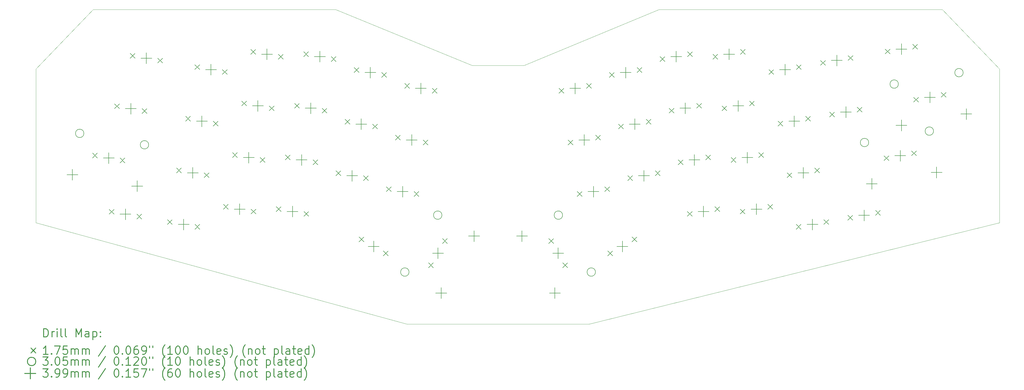
<source format=gbr>
%FSLAX45Y45*%
G04 Gerber Fmt 4.5, Leading zero omitted, Abs format (unit mm)*
G04 Created by KiCad (PCBNEW (5.1.4-0-10_14)) date 2022-04-12 16:32:40*
%MOMM*%
%LPD*%
G04 APERTURE LIST*
%ADD10C,0.100000*%
%ADD11C,0.200000*%
%ADD12C,0.300000*%
G04 APERTURE END LIST*
D10*
X17780000Y-15240000D02*
X21082000Y-15240000D01*
X24389680Y-15240000D02*
X39289000Y-11557000D01*
X39289000Y-9779000D02*
X39289000Y-11557000D01*
X4318000Y-11557000D02*
X4318000Y-9779000D01*
X17780000Y-15240000D02*
X4318000Y-11557000D01*
X24389680Y-15240000D02*
X21082000Y-15240000D01*
X6396000Y-3810000D02*
X7747000Y-3810000D01*
X4318000Y-5969000D02*
X6396000Y-3810000D01*
X37211000Y-3810000D02*
X26924000Y-3810000D01*
X39289000Y-5969000D02*
X37211000Y-3810000D01*
X15199890Y-3810000D02*
X7747000Y-3810000D01*
X39289000Y-9779000D02*
X39289000Y-5969000D01*
X4318000Y-9779000D02*
X4318000Y-5969000D01*
X20147680Y-5842000D02*
X15199890Y-3810000D01*
X22027680Y-5842000D02*
X26924000Y-3810000D01*
X20147680Y-5842000D02*
X22027680Y-5842000D01*
D11*
X31247804Y-7869338D02*
X31422804Y-8044338D01*
X31422804Y-7869338D02*
X31247804Y-8044338D01*
X11784334Y-7137384D02*
X11959334Y-7312384D01*
X11959334Y-7137384D02*
X11784334Y-7312384D01*
X12784898Y-7313811D02*
X12959898Y-7488811D01*
X12959898Y-7313811D02*
X12784898Y-7488811D01*
X36138701Y-5072553D02*
X36313701Y-5247553D01*
X36313701Y-5072553D02*
X36138701Y-5247553D01*
X35138137Y-5248980D02*
X35313137Y-5423980D01*
X35313137Y-5248980D02*
X35138137Y-5423980D01*
X10421756Y-9745397D02*
X10596756Y-9920397D01*
X10596756Y-9745397D02*
X10421756Y-9920397D01*
X9421192Y-9568970D02*
X9596192Y-9743970D01*
X9596192Y-9568970D02*
X9421192Y-9743970D01*
X24300462Y-6499927D02*
X24475462Y-6674927D01*
X24475462Y-6499927D02*
X24300462Y-6674927D01*
X23299898Y-6676353D02*
X23474898Y-6851353D01*
X23474898Y-6676353D02*
X23299898Y-6851353D01*
X12454098Y-9189870D02*
X12629098Y-9364870D01*
X12629098Y-9189870D02*
X12454098Y-9364870D01*
X15205651Y-9675043D02*
X15380651Y-9850043D01*
X15380651Y-9675043D02*
X15205651Y-9850043D01*
X16206216Y-9851469D02*
X16381216Y-10026469D01*
X16381216Y-9851469D02*
X16206216Y-10026469D01*
X12115133Y-5261325D02*
X12290133Y-5436325D01*
X12290133Y-5261325D02*
X12115133Y-5436325D01*
X13115698Y-5437752D02*
X13290698Y-5612752D01*
X13290698Y-5437752D02*
X13115698Y-5612752D01*
X11453534Y-9013443D02*
X11628534Y-9188443D01*
X11628534Y-9013443D02*
X11453534Y-9188443D01*
X10752556Y-7869338D02*
X10927556Y-8044338D01*
X10927556Y-7869338D02*
X10752556Y-8044338D01*
X9751991Y-7692911D02*
X9926991Y-7867911D01*
X9926991Y-7692911D02*
X9751991Y-7867911D01*
X32248369Y-7692911D02*
X32423369Y-7867911D01*
X32423369Y-7692911D02*
X32248369Y-7867911D01*
X13373004Y-9098041D02*
X13548004Y-9273041D01*
X13548004Y-9098041D02*
X13373004Y-9273041D01*
X31909403Y-11621455D02*
X32084403Y-11796455D01*
X32084403Y-11621455D02*
X31909403Y-11796455D01*
X32909968Y-11445029D02*
X33084968Y-11620029D01*
X33084968Y-11445029D02*
X32909968Y-11620029D01*
X7737718Y-5403353D02*
X7912718Y-5578353D01*
X7912718Y-5403353D02*
X7737718Y-5578353D01*
X8738282Y-5579780D02*
X8913282Y-5754779D01*
X8913282Y-5579780D02*
X8738282Y-5754779D01*
X36096779Y-8948721D02*
X36271779Y-9123721D01*
X36271779Y-8948721D02*
X36096779Y-9123721D01*
X18700462Y-6676353D02*
X18875462Y-6851353D01*
X18875462Y-6676353D02*
X18700462Y-6851353D01*
X35096214Y-9125147D02*
X35271214Y-9300147D01*
X35271214Y-9125147D02*
X35096214Y-9300147D01*
X33123863Y-7538538D02*
X33298863Y-7713538D01*
X33298863Y-7538538D02*
X33123863Y-7713538D01*
X34124427Y-7362112D02*
X34299427Y-7537112D01*
X34299427Y-7362112D02*
X34124427Y-7537112D01*
X28884662Y-5437752D02*
X29059662Y-5612752D01*
X29059662Y-5437752D02*
X28884662Y-5612752D01*
X29885227Y-5261325D02*
X30060227Y-5436325D01*
X30060227Y-5261325D02*
X29885227Y-5436325D01*
X17699898Y-6499927D02*
X17874898Y-6674927D01*
X17874898Y-6499927D02*
X17699898Y-6674927D01*
X15867251Y-5922925D02*
X16042251Y-6097925D01*
X16042251Y-5922925D02*
X15867251Y-6097925D01*
X16867816Y-6099352D02*
X17042816Y-6274352D01*
X17042816Y-6099352D02*
X16867816Y-6274352D01*
X31917569Y-5816853D02*
X32092569Y-5991853D01*
X32092569Y-5816853D02*
X31917569Y-5991853D01*
X30917004Y-5993279D02*
X31092004Y-6168279D01*
X31092004Y-5993279D02*
X30917004Y-6168279D01*
X16047239Y-12078240D02*
X16222239Y-12253240D01*
X16222239Y-12078240D02*
X16047239Y-12253240D01*
X16927121Y-12586240D02*
X17102121Y-12761240D01*
X17102121Y-12586240D02*
X16927121Y-12761240D01*
X25132544Y-6099352D02*
X25307544Y-6274352D01*
X25307544Y-6099352D02*
X25132544Y-6274352D01*
X26133109Y-5922925D02*
X26308109Y-6097925D01*
X26308109Y-5922925D02*
X26133109Y-6097925D01*
X11122734Y-10889502D02*
X11297734Y-11064502D01*
X11297734Y-10889502D02*
X11122734Y-11064502D01*
X12123299Y-11065928D02*
X12298299Y-11240928D01*
X12298299Y-11065928D02*
X12123299Y-11240928D01*
X23961497Y-10428471D02*
X24136497Y-10603471D01*
X24136497Y-10428471D02*
X23961497Y-10603471D01*
X24962062Y-10252044D02*
X25137062Y-10427044D01*
X25137062Y-10252044D02*
X24962062Y-10427044D01*
X25073239Y-12586240D02*
X25248239Y-12761240D01*
X25248239Y-12586240D02*
X25073239Y-12761240D01*
X25953121Y-12078240D02*
X26128121Y-12253240D01*
X26128121Y-12078240D02*
X25953121Y-12253240D01*
X31578604Y-9745397D02*
X31753604Y-9920397D01*
X31753604Y-9745397D02*
X31578604Y-9920397D01*
X32579168Y-9568970D02*
X32754168Y-9743970D01*
X32754168Y-9568970D02*
X32579168Y-9743970D01*
X6372596Y-9031421D02*
X6547596Y-9206421D01*
X6547596Y-9031421D02*
X6372596Y-9206421D01*
X27957591Y-11150526D02*
X28132591Y-11325526D01*
X28132591Y-11150526D02*
X27957591Y-11325526D01*
X28958155Y-10974100D02*
X29133155Y-11149100D01*
X29133155Y-10974100D02*
X28958155Y-11149100D01*
X30216026Y-7137384D02*
X30391026Y-7312384D01*
X30391026Y-7137384D02*
X30216026Y-7312384D01*
X7373161Y-9207847D02*
X7548161Y-9382847D01*
X7548161Y-9207847D02*
X7373161Y-9382847D01*
X25794144Y-9851469D02*
X25969144Y-10026469D01*
X25969144Y-9851469D02*
X25794144Y-10026469D01*
X26794709Y-9675043D02*
X26969709Y-9850043D01*
X26969709Y-9675043D02*
X26794709Y-9850043D01*
X29215462Y-7313811D02*
X29390462Y-7488811D01*
X29390462Y-7313811D02*
X29215462Y-7488811D01*
X13042205Y-10974100D02*
X13217205Y-11149100D01*
X13217205Y-10974100D02*
X13042205Y-11149100D01*
X14042769Y-11150526D02*
X14217769Y-11325526D01*
X14217769Y-11150526D02*
X14042769Y-11325526D01*
X27295991Y-7398409D02*
X27470991Y-7573409D01*
X27470991Y-7398409D02*
X27295991Y-7573409D01*
X28296556Y-7221982D02*
X28471556Y-7396982D01*
X28471556Y-7221982D02*
X28296556Y-7396982D01*
X32793063Y-5662479D02*
X32968063Y-5837479D01*
X32968063Y-5662479D02*
X32793063Y-5837479D01*
X33793628Y-5486053D02*
X33968628Y-5661053D01*
X33968628Y-5486053D02*
X33793628Y-5661053D01*
X24631262Y-8375985D02*
X24806262Y-8550986D01*
X24806262Y-8375985D02*
X24631262Y-8550986D01*
X14034604Y-5345923D02*
X14209604Y-5520923D01*
X14209604Y-5345923D02*
X14034604Y-5520923D01*
X23630697Y-8552412D02*
X23805697Y-8727412D01*
X23805697Y-8552412D02*
X23630697Y-8727412D01*
X15035169Y-5522350D02*
X15210169Y-5697350D01*
X15210169Y-5522350D02*
X15035169Y-5697350D01*
X18369663Y-8552412D02*
X18544663Y-8727412D01*
X18544663Y-8552412D02*
X18369663Y-8727412D01*
X26463909Y-7798984D02*
X26638909Y-7973984D01*
X26638909Y-7798984D02*
X26463909Y-7973984D01*
X17369098Y-8375985D02*
X17544098Y-8550986D01*
X17544098Y-8375985D02*
X17369098Y-8550986D01*
X25463344Y-7975410D02*
X25638344Y-8150410D01*
X25638344Y-7975410D02*
X25463344Y-8150410D01*
X6979826Y-11072879D02*
X7154826Y-11247879D01*
X7154826Y-11072879D02*
X6979826Y-11247879D01*
X14704369Y-7398409D02*
X14879369Y-7573409D01*
X14879369Y-7398409D02*
X14704369Y-7573409D01*
X10082791Y-5816853D02*
X10257791Y-5991853D01*
X10257791Y-5816853D02*
X10082791Y-5991853D01*
X11083356Y-5993279D02*
X11258356Y-6168279D01*
X11258356Y-5993279D02*
X11083356Y-6168279D01*
X14373569Y-9274467D02*
X14548569Y-9449467D01*
X14548569Y-9274467D02*
X14373569Y-9449467D01*
X26965191Y-5522350D02*
X27140191Y-5697350D01*
X27140191Y-5522350D02*
X26965191Y-5697350D01*
X27965756Y-5345923D02*
X28140756Y-5520923D01*
X28140756Y-5345923D02*
X27965756Y-5520923D01*
X15536451Y-7798984D02*
X15711451Y-7973984D01*
X15711451Y-7798984D02*
X15536451Y-7973984D01*
X16537016Y-7975410D02*
X16712016Y-8150410D01*
X16712016Y-7975410D02*
X16537016Y-8150410D01*
X30877626Y-10889502D02*
X31052626Y-11064502D01*
X31052626Y-10889502D02*
X30877626Y-11064502D01*
X7980390Y-11249306D02*
X8155390Y-11424306D01*
X8155390Y-11249306D02*
X7980390Y-11424306D01*
X29546262Y-9189870D02*
X29721262Y-9364870D01*
X29721262Y-9189870D02*
X29546262Y-9364870D01*
X28627355Y-9098041D02*
X28802355Y-9273041D01*
X28802355Y-9098041D02*
X28627355Y-9273041D01*
X7172411Y-7238062D02*
X7347411Y-7413062D01*
X7347411Y-7238062D02*
X7172411Y-7413062D01*
X8172975Y-7414488D02*
X8347975Y-7589488D01*
X8347975Y-7414488D02*
X8172975Y-7589488D01*
X36172458Y-7000989D02*
X36347458Y-7175989D01*
X36347458Y-7000989D02*
X36172458Y-7175989D01*
X27626791Y-9274467D02*
X27801791Y-9449467D01*
X27801791Y-9274467D02*
X27626791Y-9449467D01*
X37173023Y-6824562D02*
X37348023Y-6999562D01*
X37348023Y-6824562D02*
X37173023Y-6999562D01*
X33785462Y-11290656D02*
X33960462Y-11465656D01*
X33960462Y-11290656D02*
X33785462Y-11465656D01*
X34786027Y-11114229D02*
X34961027Y-11289229D01*
X34961027Y-11114229D02*
X34786027Y-11289229D01*
X13703804Y-7221982D02*
X13878804Y-7396982D01*
X13878804Y-7221982D02*
X13703804Y-7396982D01*
X29877061Y-11065928D02*
X30052061Y-11240928D01*
X30052061Y-11065928D02*
X29877061Y-11240928D01*
X30546826Y-9013443D02*
X30721826Y-9188443D01*
X30721826Y-9013443D02*
X30546826Y-9188443D01*
X17038298Y-10252044D02*
X17213298Y-10427044D01*
X17213298Y-10252044D02*
X17038298Y-10427044D01*
X18038863Y-10428471D02*
X18213863Y-10603471D01*
X18213863Y-10428471D02*
X18038863Y-10603471D01*
X9090392Y-11445029D02*
X9265392Y-11620029D01*
X9265392Y-11445029D02*
X9090392Y-11620029D01*
X10090957Y-11621455D02*
X10265957Y-11796455D01*
X10265957Y-11621455D02*
X10090957Y-11796455D01*
X22926929Y-12138972D02*
X23101929Y-12313972D01*
X23101929Y-12138972D02*
X22926929Y-12313972D01*
X23434929Y-13018854D02*
X23609929Y-13193854D01*
X23609929Y-13018854D02*
X23434929Y-13193854D01*
X18565431Y-13018854D02*
X18740431Y-13193854D01*
X18740431Y-13018854D02*
X18565431Y-13193854D01*
X19073431Y-12138972D02*
X19248431Y-12313972D01*
X19248431Y-12138972D02*
X19073431Y-12313972D01*
X6058408Y-8311944D02*
G75*
G03X6058408Y-8311944I-152400J0D01*
G01*
X24622648Y-13351024D02*
G75*
G03X24622648Y-13351024I-152400J0D01*
G01*
X19051312Y-11283302D02*
G75*
G03X19051312Y-11283302I-152400J0D01*
G01*
X23428848Y-11283302D02*
G75*
G03X23428848Y-11283302I-152400J0D01*
G01*
X17857512Y-13351024D02*
G75*
G03X17857512Y-13351024I-152400J0D01*
G01*
X8409735Y-8726547D02*
G75*
G03X8409735Y-8726547I-152400J0D01*
G01*
X34539440Y-8643847D02*
G75*
G03X34539440Y-8643847I-152400J0D01*
G01*
X36890767Y-8229244D02*
G75*
G03X36890767Y-8229244I-152400J0D01*
G01*
X35615684Y-6519688D02*
G75*
G03X35615684Y-6519688I-152400J0D01*
G01*
X37967011Y-6105086D02*
G75*
G03X37967011Y-6105086I-152400J0D01*
G01*
X21956625Y-11845912D02*
X21956625Y-12244692D01*
X21757235Y-12045302D02*
X22156015Y-12045302D01*
X23150425Y-13913634D02*
X23150425Y-14312414D01*
X22951035Y-14113024D02*
X23349815Y-14113024D01*
X19024935Y-13913634D02*
X19024935Y-14312414D01*
X18825545Y-14113024D02*
X19224325Y-14113024D01*
X20218735Y-11845912D02*
X20218735Y-12244692D01*
X20019345Y-12045302D02*
X20418125Y-12045302D01*
X17626080Y-10228368D02*
X17626080Y-10627148D01*
X17426690Y-10427758D02*
X17825470Y-10427758D01*
X10670574Y-5793176D02*
X10670574Y-6191956D01*
X10471184Y-5992566D02*
X10869964Y-5992566D01*
X9678174Y-11421352D02*
X9678174Y-11820132D01*
X9478784Y-11620742D02*
X9877564Y-11620742D01*
X23268429Y-12467023D02*
X23268429Y-12865803D01*
X23069039Y-12666413D02*
X23467819Y-12666413D01*
X18906931Y-12467023D02*
X18906931Y-12865803D01*
X18707541Y-12666413D02*
X19106321Y-12666413D01*
X16455033Y-5899248D02*
X16455033Y-6298028D01*
X16255643Y-6098638D02*
X16654423Y-6098638D01*
X10339774Y-7669235D02*
X10339774Y-8068015D01*
X10140384Y-7868625D02*
X10539164Y-7868625D01*
X31835586Y-7669235D02*
X31835586Y-8068015D01*
X31636196Y-7868625D02*
X32034976Y-7868625D01*
X32497186Y-11421352D02*
X32497186Y-11820132D01*
X32297796Y-11620742D02*
X32696576Y-11620742D01*
X10008974Y-9545293D02*
X10008974Y-9944073D01*
X9809584Y-9744683D02*
X10208364Y-9744683D01*
X23887680Y-6476250D02*
X23887680Y-6875030D01*
X23688290Y-6675640D02*
X24087070Y-6675640D01*
X12041316Y-8989766D02*
X12041316Y-9388546D01*
X11841926Y-9189156D02*
X12240706Y-9189156D01*
X15793434Y-9651366D02*
X15793434Y-10050146D01*
X15594044Y-9850756D02*
X15992824Y-9850756D01*
X13960787Y-9074364D02*
X13960787Y-9473144D01*
X13761397Y-9273754D02*
X14160177Y-9273754D01*
X8325500Y-5379676D02*
X8325500Y-5778456D01*
X8126110Y-5579066D02*
X8524890Y-5579066D01*
X34651679Y-9945304D02*
X34651679Y-10344084D01*
X34452289Y-10144694D02*
X34851069Y-10144694D01*
X35725919Y-5048876D02*
X35725919Y-5447656D01*
X35526529Y-5248266D02*
X35925309Y-5248266D01*
X12702916Y-5237649D02*
X12702916Y-5636429D01*
X12503526Y-5437039D02*
X12902306Y-5437039D01*
X16574680Y-12220350D02*
X16574680Y-12619130D01*
X16375290Y-12419740D02*
X16774070Y-12419740D01*
X25720327Y-5899248D02*
X25720327Y-6298028D01*
X25520937Y-6098638D02*
X25919717Y-6098638D01*
X12372116Y-7113707D02*
X12372116Y-7512487D01*
X12172726Y-7313097D02*
X12571506Y-7313097D01*
X6960378Y-9007744D02*
X6960378Y-9406524D01*
X6760988Y-9207134D02*
X7159768Y-9207134D01*
X26381926Y-9651366D02*
X26381926Y-10050146D01*
X26182536Y-9850756D02*
X26581316Y-9850756D01*
X28545373Y-10950423D02*
X28545373Y-11349203D01*
X28345983Y-11149813D02*
X28744763Y-11149813D01*
X13629987Y-10950423D02*
X13629987Y-11349203D01*
X13430597Y-11149813D02*
X13829377Y-11149813D01*
X24549280Y-10228368D02*
X24549280Y-10627148D01*
X24349890Y-10427758D02*
X24748670Y-10427758D01*
X29472444Y-5237649D02*
X29472444Y-5636429D01*
X29273054Y-5437039D02*
X29671834Y-5437039D01*
X31504786Y-5793176D02*
X31504786Y-6191956D01*
X31305396Y-5992566D02*
X31704176Y-5992566D01*
X18287680Y-6476250D02*
X18287680Y-6875030D01*
X18088290Y-6675640D02*
X18487070Y-6675640D01*
X11710516Y-10865825D02*
X11710516Y-11264605D01*
X11511126Y-11065215D02*
X11909906Y-11065215D01*
X25600680Y-12220350D02*
X25600680Y-12619130D01*
X25401290Y-12419740D02*
X25800070Y-12419740D01*
X33711645Y-7338435D02*
X33711645Y-7737215D01*
X33512255Y-7537825D02*
X33911035Y-7537825D01*
X35683996Y-8925044D02*
X35683996Y-9323824D01*
X35484606Y-9124434D02*
X35883386Y-9124434D01*
X32166386Y-9545293D02*
X32166386Y-9944073D01*
X31966996Y-9744683D02*
X32365776Y-9744683D01*
X7992695Y-10028004D02*
X7992695Y-10426784D01*
X7793305Y-10227394D02*
X8192085Y-10227394D01*
X37003006Y-9530701D02*
X37003006Y-9929481D01*
X36803616Y-9730091D02*
X37202396Y-9730091D01*
X5641368Y-9613401D02*
X5641368Y-10012181D01*
X5441978Y-9812791D02*
X5840758Y-9812791D01*
X27883773Y-7198305D02*
X27883773Y-7597085D01*
X27684383Y-7397695D02*
X28083163Y-7397695D01*
X33380845Y-5462376D02*
X33380845Y-5861156D01*
X33181455Y-5661766D02*
X33580235Y-5661766D01*
X26051127Y-7775307D02*
X26051127Y-8174087D01*
X25851737Y-7974697D02*
X26250517Y-7974697D01*
X14622386Y-5322247D02*
X14622386Y-5721027D01*
X14422996Y-5521637D02*
X14821776Y-5521637D01*
X29803244Y-7113707D02*
X29803244Y-7512487D01*
X29603854Y-7313097D02*
X30002634Y-7313097D01*
X30464844Y-10865825D02*
X30464844Y-11264605D01*
X30265454Y-11065215D02*
X30664234Y-11065215D01*
X30134044Y-8989766D02*
X30134044Y-9388546D01*
X29934654Y-9189156D02*
X30333434Y-9189156D01*
X24218480Y-8352309D02*
X24218480Y-8751089D01*
X24019090Y-8551699D02*
X24417870Y-8551699D01*
X17956880Y-8352309D02*
X17956880Y-8751089D01*
X17757490Y-8551699D02*
X18156270Y-8551699D01*
X16124233Y-7775307D02*
X16124233Y-8174087D01*
X15924843Y-7974697D02*
X16323623Y-7974697D01*
X35727924Y-7821145D02*
X35727924Y-8219925D01*
X35528534Y-8020535D02*
X35927314Y-8020535D01*
X36760241Y-6800885D02*
X36760241Y-7199665D01*
X36560851Y-7000275D02*
X36959631Y-7000275D01*
X38079251Y-7406543D02*
X38079251Y-7805323D01*
X37879861Y-7605933D02*
X38278641Y-7605933D01*
X14291587Y-7198305D02*
X14291587Y-7597085D01*
X14092197Y-7397695D02*
X14490977Y-7397695D01*
X7567608Y-11049203D02*
X7567608Y-11447982D01*
X7368218Y-11248592D02*
X7766998Y-11248592D01*
X27552974Y-5322247D02*
X27552974Y-5721027D01*
X27353584Y-5521637D02*
X27752364Y-5521637D01*
X28214573Y-9074364D02*
X28214573Y-9473144D01*
X28015183Y-9273754D02*
X28413963Y-9273754D01*
X7760193Y-7214385D02*
X7760193Y-7613165D01*
X7560803Y-7413775D02*
X7959583Y-7413775D01*
X34373245Y-11090552D02*
X34373245Y-11489332D01*
X34173855Y-11289942D02*
X34572635Y-11289942D01*
D12*
X4599428Y-15710714D02*
X4599428Y-15410714D01*
X4670857Y-15410714D01*
X4713714Y-15425000D01*
X4742286Y-15453571D01*
X4756571Y-15482143D01*
X4770857Y-15539286D01*
X4770857Y-15582143D01*
X4756571Y-15639286D01*
X4742286Y-15667857D01*
X4713714Y-15696429D01*
X4670857Y-15710714D01*
X4599428Y-15710714D01*
X4899428Y-15710714D02*
X4899428Y-15510714D01*
X4899428Y-15567857D02*
X4913714Y-15539286D01*
X4928000Y-15525000D01*
X4956571Y-15510714D01*
X4985143Y-15510714D01*
X5085143Y-15710714D02*
X5085143Y-15510714D01*
X5085143Y-15410714D02*
X5070857Y-15425000D01*
X5085143Y-15439286D01*
X5099428Y-15425000D01*
X5085143Y-15410714D01*
X5085143Y-15439286D01*
X5270857Y-15710714D02*
X5242286Y-15696429D01*
X5228000Y-15667857D01*
X5228000Y-15410714D01*
X5428000Y-15710714D02*
X5399428Y-15696429D01*
X5385143Y-15667857D01*
X5385143Y-15410714D01*
X5770857Y-15710714D02*
X5770857Y-15410714D01*
X5870857Y-15625000D01*
X5970857Y-15410714D01*
X5970857Y-15710714D01*
X6242286Y-15710714D02*
X6242286Y-15553571D01*
X6228000Y-15525000D01*
X6199428Y-15510714D01*
X6142286Y-15510714D01*
X6113714Y-15525000D01*
X6242286Y-15696429D02*
X6213714Y-15710714D01*
X6142286Y-15710714D01*
X6113714Y-15696429D01*
X6099428Y-15667857D01*
X6099428Y-15639286D01*
X6113714Y-15610714D01*
X6142286Y-15596429D01*
X6213714Y-15596429D01*
X6242286Y-15582143D01*
X6385143Y-15510714D02*
X6385143Y-15810714D01*
X6385143Y-15525000D02*
X6413714Y-15510714D01*
X6470857Y-15510714D01*
X6499428Y-15525000D01*
X6513714Y-15539286D01*
X6528000Y-15567857D01*
X6528000Y-15653571D01*
X6513714Y-15682143D01*
X6499428Y-15696429D01*
X6470857Y-15710714D01*
X6413714Y-15710714D01*
X6385143Y-15696429D01*
X6656571Y-15682143D02*
X6670857Y-15696429D01*
X6656571Y-15710714D01*
X6642286Y-15696429D01*
X6656571Y-15682143D01*
X6656571Y-15710714D01*
X6656571Y-15525000D02*
X6670857Y-15539286D01*
X6656571Y-15553571D01*
X6642286Y-15539286D01*
X6656571Y-15525000D01*
X6656571Y-15553571D01*
X4138000Y-16117500D02*
X4313000Y-16292500D01*
X4313000Y-16117500D02*
X4138000Y-16292500D01*
X4756571Y-16340714D02*
X4585143Y-16340714D01*
X4670857Y-16340714D02*
X4670857Y-16040714D01*
X4642286Y-16083571D01*
X4613714Y-16112143D01*
X4585143Y-16126429D01*
X4885143Y-16312143D02*
X4899428Y-16326429D01*
X4885143Y-16340714D01*
X4870857Y-16326429D01*
X4885143Y-16312143D01*
X4885143Y-16340714D01*
X4999428Y-16040714D02*
X5199428Y-16040714D01*
X5070857Y-16340714D01*
X5456571Y-16040714D02*
X5313714Y-16040714D01*
X5299428Y-16183571D01*
X5313714Y-16169286D01*
X5342286Y-16155000D01*
X5413714Y-16155000D01*
X5442286Y-16169286D01*
X5456571Y-16183571D01*
X5470857Y-16212143D01*
X5470857Y-16283571D01*
X5456571Y-16312143D01*
X5442286Y-16326429D01*
X5413714Y-16340714D01*
X5342286Y-16340714D01*
X5313714Y-16326429D01*
X5299428Y-16312143D01*
X5599428Y-16340714D02*
X5599428Y-16140714D01*
X5599428Y-16169286D02*
X5613714Y-16155000D01*
X5642286Y-16140714D01*
X5685143Y-16140714D01*
X5713714Y-16155000D01*
X5728000Y-16183571D01*
X5728000Y-16340714D01*
X5728000Y-16183571D02*
X5742286Y-16155000D01*
X5770857Y-16140714D01*
X5813714Y-16140714D01*
X5842286Y-16155000D01*
X5856571Y-16183571D01*
X5856571Y-16340714D01*
X5999428Y-16340714D02*
X5999428Y-16140714D01*
X5999428Y-16169286D02*
X6013714Y-16155000D01*
X6042286Y-16140714D01*
X6085143Y-16140714D01*
X6113714Y-16155000D01*
X6128000Y-16183571D01*
X6128000Y-16340714D01*
X6128000Y-16183571D02*
X6142286Y-16155000D01*
X6170857Y-16140714D01*
X6213714Y-16140714D01*
X6242286Y-16155000D01*
X6256571Y-16183571D01*
X6256571Y-16340714D01*
X6842286Y-16026429D02*
X6585143Y-16412143D01*
X7228000Y-16040714D02*
X7256571Y-16040714D01*
X7285143Y-16055000D01*
X7299428Y-16069286D01*
X7313714Y-16097857D01*
X7328000Y-16155000D01*
X7328000Y-16226429D01*
X7313714Y-16283571D01*
X7299428Y-16312143D01*
X7285143Y-16326429D01*
X7256571Y-16340714D01*
X7228000Y-16340714D01*
X7199428Y-16326429D01*
X7185143Y-16312143D01*
X7170857Y-16283571D01*
X7156571Y-16226429D01*
X7156571Y-16155000D01*
X7170857Y-16097857D01*
X7185143Y-16069286D01*
X7199428Y-16055000D01*
X7228000Y-16040714D01*
X7456571Y-16312143D02*
X7470857Y-16326429D01*
X7456571Y-16340714D01*
X7442286Y-16326429D01*
X7456571Y-16312143D01*
X7456571Y-16340714D01*
X7656571Y-16040714D02*
X7685143Y-16040714D01*
X7713714Y-16055000D01*
X7728000Y-16069286D01*
X7742286Y-16097857D01*
X7756571Y-16155000D01*
X7756571Y-16226429D01*
X7742286Y-16283571D01*
X7728000Y-16312143D01*
X7713714Y-16326429D01*
X7685143Y-16340714D01*
X7656571Y-16340714D01*
X7628000Y-16326429D01*
X7613714Y-16312143D01*
X7599428Y-16283571D01*
X7585143Y-16226429D01*
X7585143Y-16155000D01*
X7599428Y-16097857D01*
X7613714Y-16069286D01*
X7628000Y-16055000D01*
X7656571Y-16040714D01*
X8013714Y-16040714D02*
X7956571Y-16040714D01*
X7928000Y-16055000D01*
X7913714Y-16069286D01*
X7885143Y-16112143D01*
X7870857Y-16169286D01*
X7870857Y-16283571D01*
X7885143Y-16312143D01*
X7899428Y-16326429D01*
X7928000Y-16340714D01*
X7985143Y-16340714D01*
X8013714Y-16326429D01*
X8028000Y-16312143D01*
X8042286Y-16283571D01*
X8042286Y-16212143D01*
X8028000Y-16183571D01*
X8013714Y-16169286D01*
X7985143Y-16155000D01*
X7928000Y-16155000D01*
X7899428Y-16169286D01*
X7885143Y-16183571D01*
X7870857Y-16212143D01*
X8185143Y-16340714D02*
X8242286Y-16340714D01*
X8270857Y-16326429D01*
X8285143Y-16312143D01*
X8313714Y-16269286D01*
X8328000Y-16212143D01*
X8328000Y-16097857D01*
X8313714Y-16069286D01*
X8299428Y-16055000D01*
X8270857Y-16040714D01*
X8213714Y-16040714D01*
X8185143Y-16055000D01*
X8170857Y-16069286D01*
X8156571Y-16097857D01*
X8156571Y-16169286D01*
X8170857Y-16197857D01*
X8185143Y-16212143D01*
X8213714Y-16226429D01*
X8270857Y-16226429D01*
X8299428Y-16212143D01*
X8313714Y-16197857D01*
X8328000Y-16169286D01*
X8442286Y-16040714D02*
X8442286Y-16097857D01*
X8556571Y-16040714D02*
X8556571Y-16097857D01*
X8999428Y-16455000D02*
X8985143Y-16440714D01*
X8956571Y-16397857D01*
X8942286Y-16369286D01*
X8928000Y-16326429D01*
X8913714Y-16255000D01*
X8913714Y-16197857D01*
X8928000Y-16126429D01*
X8942286Y-16083571D01*
X8956571Y-16055000D01*
X8985143Y-16012143D01*
X8999428Y-15997857D01*
X9270857Y-16340714D02*
X9099428Y-16340714D01*
X9185143Y-16340714D02*
X9185143Y-16040714D01*
X9156571Y-16083571D01*
X9128000Y-16112143D01*
X9099428Y-16126429D01*
X9456571Y-16040714D02*
X9485143Y-16040714D01*
X9513714Y-16055000D01*
X9528000Y-16069286D01*
X9542286Y-16097857D01*
X9556571Y-16155000D01*
X9556571Y-16226429D01*
X9542286Y-16283571D01*
X9528000Y-16312143D01*
X9513714Y-16326429D01*
X9485143Y-16340714D01*
X9456571Y-16340714D01*
X9428000Y-16326429D01*
X9413714Y-16312143D01*
X9399428Y-16283571D01*
X9385143Y-16226429D01*
X9385143Y-16155000D01*
X9399428Y-16097857D01*
X9413714Y-16069286D01*
X9428000Y-16055000D01*
X9456571Y-16040714D01*
X9742286Y-16040714D02*
X9770857Y-16040714D01*
X9799428Y-16055000D01*
X9813714Y-16069286D01*
X9828000Y-16097857D01*
X9842286Y-16155000D01*
X9842286Y-16226429D01*
X9828000Y-16283571D01*
X9813714Y-16312143D01*
X9799428Y-16326429D01*
X9770857Y-16340714D01*
X9742286Y-16340714D01*
X9713714Y-16326429D01*
X9699428Y-16312143D01*
X9685143Y-16283571D01*
X9670857Y-16226429D01*
X9670857Y-16155000D01*
X9685143Y-16097857D01*
X9699428Y-16069286D01*
X9713714Y-16055000D01*
X9742286Y-16040714D01*
X10199428Y-16340714D02*
X10199428Y-16040714D01*
X10328000Y-16340714D02*
X10328000Y-16183571D01*
X10313714Y-16155000D01*
X10285143Y-16140714D01*
X10242286Y-16140714D01*
X10213714Y-16155000D01*
X10199428Y-16169286D01*
X10513714Y-16340714D02*
X10485143Y-16326429D01*
X10470857Y-16312143D01*
X10456571Y-16283571D01*
X10456571Y-16197857D01*
X10470857Y-16169286D01*
X10485143Y-16155000D01*
X10513714Y-16140714D01*
X10556571Y-16140714D01*
X10585143Y-16155000D01*
X10599428Y-16169286D01*
X10613714Y-16197857D01*
X10613714Y-16283571D01*
X10599428Y-16312143D01*
X10585143Y-16326429D01*
X10556571Y-16340714D01*
X10513714Y-16340714D01*
X10785143Y-16340714D02*
X10756571Y-16326429D01*
X10742286Y-16297857D01*
X10742286Y-16040714D01*
X11013714Y-16326429D02*
X10985143Y-16340714D01*
X10928000Y-16340714D01*
X10899428Y-16326429D01*
X10885143Y-16297857D01*
X10885143Y-16183571D01*
X10899428Y-16155000D01*
X10928000Y-16140714D01*
X10985143Y-16140714D01*
X11013714Y-16155000D01*
X11028000Y-16183571D01*
X11028000Y-16212143D01*
X10885143Y-16240714D01*
X11142286Y-16326429D02*
X11170857Y-16340714D01*
X11228000Y-16340714D01*
X11256571Y-16326429D01*
X11270857Y-16297857D01*
X11270857Y-16283571D01*
X11256571Y-16255000D01*
X11228000Y-16240714D01*
X11185143Y-16240714D01*
X11156571Y-16226429D01*
X11142286Y-16197857D01*
X11142286Y-16183571D01*
X11156571Y-16155000D01*
X11185143Y-16140714D01*
X11228000Y-16140714D01*
X11256571Y-16155000D01*
X11370857Y-16455000D02*
X11385143Y-16440714D01*
X11413714Y-16397857D01*
X11428000Y-16369286D01*
X11442286Y-16326429D01*
X11456571Y-16255000D01*
X11456571Y-16197857D01*
X11442286Y-16126429D01*
X11428000Y-16083571D01*
X11413714Y-16055000D01*
X11385143Y-16012143D01*
X11370857Y-15997857D01*
X11913714Y-16455000D02*
X11899428Y-16440714D01*
X11870857Y-16397857D01*
X11856571Y-16369286D01*
X11842286Y-16326429D01*
X11828000Y-16255000D01*
X11828000Y-16197857D01*
X11842286Y-16126429D01*
X11856571Y-16083571D01*
X11870857Y-16055000D01*
X11899428Y-16012143D01*
X11913714Y-15997857D01*
X12028000Y-16140714D02*
X12028000Y-16340714D01*
X12028000Y-16169286D02*
X12042286Y-16155000D01*
X12070857Y-16140714D01*
X12113714Y-16140714D01*
X12142286Y-16155000D01*
X12156571Y-16183571D01*
X12156571Y-16340714D01*
X12342286Y-16340714D02*
X12313714Y-16326429D01*
X12299428Y-16312143D01*
X12285143Y-16283571D01*
X12285143Y-16197857D01*
X12299428Y-16169286D01*
X12313714Y-16155000D01*
X12342286Y-16140714D01*
X12385143Y-16140714D01*
X12413714Y-16155000D01*
X12428000Y-16169286D01*
X12442286Y-16197857D01*
X12442286Y-16283571D01*
X12428000Y-16312143D01*
X12413714Y-16326429D01*
X12385143Y-16340714D01*
X12342286Y-16340714D01*
X12528000Y-16140714D02*
X12642286Y-16140714D01*
X12570857Y-16040714D02*
X12570857Y-16297857D01*
X12585143Y-16326429D01*
X12613714Y-16340714D01*
X12642286Y-16340714D01*
X12970857Y-16140714D02*
X12970857Y-16440714D01*
X12970857Y-16155000D02*
X12999428Y-16140714D01*
X13056571Y-16140714D01*
X13085143Y-16155000D01*
X13099428Y-16169286D01*
X13113714Y-16197857D01*
X13113714Y-16283571D01*
X13099428Y-16312143D01*
X13085143Y-16326429D01*
X13056571Y-16340714D01*
X12999428Y-16340714D01*
X12970857Y-16326429D01*
X13285143Y-16340714D02*
X13256571Y-16326429D01*
X13242286Y-16297857D01*
X13242286Y-16040714D01*
X13528000Y-16340714D02*
X13528000Y-16183571D01*
X13513714Y-16155000D01*
X13485143Y-16140714D01*
X13428000Y-16140714D01*
X13399428Y-16155000D01*
X13528000Y-16326429D02*
X13499428Y-16340714D01*
X13428000Y-16340714D01*
X13399428Y-16326429D01*
X13385143Y-16297857D01*
X13385143Y-16269286D01*
X13399428Y-16240714D01*
X13428000Y-16226429D01*
X13499428Y-16226429D01*
X13528000Y-16212143D01*
X13628000Y-16140714D02*
X13742286Y-16140714D01*
X13670857Y-16040714D02*
X13670857Y-16297857D01*
X13685143Y-16326429D01*
X13713714Y-16340714D01*
X13742286Y-16340714D01*
X13956571Y-16326429D02*
X13928000Y-16340714D01*
X13870857Y-16340714D01*
X13842286Y-16326429D01*
X13828000Y-16297857D01*
X13828000Y-16183571D01*
X13842286Y-16155000D01*
X13870857Y-16140714D01*
X13928000Y-16140714D01*
X13956571Y-16155000D01*
X13970857Y-16183571D01*
X13970857Y-16212143D01*
X13828000Y-16240714D01*
X14228000Y-16340714D02*
X14228000Y-16040714D01*
X14228000Y-16326429D02*
X14199428Y-16340714D01*
X14142286Y-16340714D01*
X14113714Y-16326429D01*
X14099428Y-16312143D01*
X14085143Y-16283571D01*
X14085143Y-16197857D01*
X14099428Y-16169286D01*
X14113714Y-16155000D01*
X14142286Y-16140714D01*
X14199428Y-16140714D01*
X14228000Y-16155000D01*
X14342286Y-16455000D02*
X14356571Y-16440714D01*
X14385143Y-16397857D01*
X14399428Y-16369286D01*
X14413714Y-16326429D01*
X14428000Y-16255000D01*
X14428000Y-16197857D01*
X14413714Y-16126429D01*
X14399428Y-16083571D01*
X14385143Y-16055000D01*
X14356571Y-16012143D01*
X14342286Y-15997857D01*
X4313000Y-16601000D02*
G75*
G03X4313000Y-16601000I-152400J0D01*
G01*
X4570857Y-16436714D02*
X4756571Y-16436714D01*
X4656571Y-16551000D01*
X4699428Y-16551000D01*
X4728000Y-16565286D01*
X4742286Y-16579571D01*
X4756571Y-16608143D01*
X4756571Y-16679571D01*
X4742286Y-16708143D01*
X4728000Y-16722429D01*
X4699428Y-16736714D01*
X4613714Y-16736714D01*
X4585143Y-16722429D01*
X4570857Y-16708143D01*
X4885143Y-16708143D02*
X4899428Y-16722429D01*
X4885143Y-16736714D01*
X4870857Y-16722429D01*
X4885143Y-16708143D01*
X4885143Y-16736714D01*
X5085143Y-16436714D02*
X5113714Y-16436714D01*
X5142286Y-16451000D01*
X5156571Y-16465286D01*
X5170857Y-16493857D01*
X5185143Y-16551000D01*
X5185143Y-16622429D01*
X5170857Y-16679571D01*
X5156571Y-16708143D01*
X5142286Y-16722429D01*
X5113714Y-16736714D01*
X5085143Y-16736714D01*
X5056571Y-16722429D01*
X5042286Y-16708143D01*
X5028000Y-16679571D01*
X5013714Y-16622429D01*
X5013714Y-16551000D01*
X5028000Y-16493857D01*
X5042286Y-16465286D01*
X5056571Y-16451000D01*
X5085143Y-16436714D01*
X5456571Y-16436714D02*
X5313714Y-16436714D01*
X5299428Y-16579571D01*
X5313714Y-16565286D01*
X5342286Y-16551000D01*
X5413714Y-16551000D01*
X5442286Y-16565286D01*
X5456571Y-16579571D01*
X5470857Y-16608143D01*
X5470857Y-16679571D01*
X5456571Y-16708143D01*
X5442286Y-16722429D01*
X5413714Y-16736714D01*
X5342286Y-16736714D01*
X5313714Y-16722429D01*
X5299428Y-16708143D01*
X5599428Y-16736714D02*
X5599428Y-16536714D01*
X5599428Y-16565286D02*
X5613714Y-16551000D01*
X5642286Y-16536714D01*
X5685143Y-16536714D01*
X5713714Y-16551000D01*
X5728000Y-16579571D01*
X5728000Y-16736714D01*
X5728000Y-16579571D02*
X5742286Y-16551000D01*
X5770857Y-16536714D01*
X5813714Y-16536714D01*
X5842286Y-16551000D01*
X5856571Y-16579571D01*
X5856571Y-16736714D01*
X5999428Y-16736714D02*
X5999428Y-16536714D01*
X5999428Y-16565286D02*
X6013714Y-16551000D01*
X6042286Y-16536714D01*
X6085143Y-16536714D01*
X6113714Y-16551000D01*
X6128000Y-16579571D01*
X6128000Y-16736714D01*
X6128000Y-16579571D02*
X6142286Y-16551000D01*
X6170857Y-16536714D01*
X6213714Y-16536714D01*
X6242286Y-16551000D01*
X6256571Y-16579571D01*
X6256571Y-16736714D01*
X6842286Y-16422429D02*
X6585143Y-16808143D01*
X7228000Y-16436714D02*
X7256571Y-16436714D01*
X7285143Y-16451000D01*
X7299428Y-16465286D01*
X7313714Y-16493857D01*
X7328000Y-16551000D01*
X7328000Y-16622429D01*
X7313714Y-16679571D01*
X7299428Y-16708143D01*
X7285143Y-16722429D01*
X7256571Y-16736714D01*
X7228000Y-16736714D01*
X7199428Y-16722429D01*
X7185143Y-16708143D01*
X7170857Y-16679571D01*
X7156571Y-16622429D01*
X7156571Y-16551000D01*
X7170857Y-16493857D01*
X7185143Y-16465286D01*
X7199428Y-16451000D01*
X7228000Y-16436714D01*
X7456571Y-16708143D02*
X7470857Y-16722429D01*
X7456571Y-16736714D01*
X7442286Y-16722429D01*
X7456571Y-16708143D01*
X7456571Y-16736714D01*
X7756571Y-16736714D02*
X7585143Y-16736714D01*
X7670857Y-16736714D02*
X7670857Y-16436714D01*
X7642286Y-16479571D01*
X7613714Y-16508143D01*
X7585143Y-16522429D01*
X7870857Y-16465286D02*
X7885143Y-16451000D01*
X7913714Y-16436714D01*
X7985143Y-16436714D01*
X8013714Y-16451000D01*
X8028000Y-16465286D01*
X8042286Y-16493857D01*
X8042286Y-16522429D01*
X8028000Y-16565286D01*
X7856571Y-16736714D01*
X8042286Y-16736714D01*
X8228000Y-16436714D02*
X8256571Y-16436714D01*
X8285143Y-16451000D01*
X8299428Y-16465286D01*
X8313714Y-16493857D01*
X8328000Y-16551000D01*
X8328000Y-16622429D01*
X8313714Y-16679571D01*
X8299428Y-16708143D01*
X8285143Y-16722429D01*
X8256571Y-16736714D01*
X8228000Y-16736714D01*
X8199428Y-16722429D01*
X8185143Y-16708143D01*
X8170857Y-16679571D01*
X8156571Y-16622429D01*
X8156571Y-16551000D01*
X8170857Y-16493857D01*
X8185143Y-16465286D01*
X8199428Y-16451000D01*
X8228000Y-16436714D01*
X8442286Y-16436714D02*
X8442286Y-16493857D01*
X8556571Y-16436714D02*
X8556571Y-16493857D01*
X8999428Y-16851000D02*
X8985143Y-16836714D01*
X8956571Y-16793857D01*
X8942286Y-16765286D01*
X8928000Y-16722429D01*
X8913714Y-16651000D01*
X8913714Y-16593857D01*
X8928000Y-16522429D01*
X8942286Y-16479571D01*
X8956571Y-16451000D01*
X8985143Y-16408143D01*
X8999428Y-16393857D01*
X9270857Y-16736714D02*
X9099428Y-16736714D01*
X9185143Y-16736714D02*
X9185143Y-16436714D01*
X9156571Y-16479571D01*
X9128000Y-16508143D01*
X9099428Y-16522429D01*
X9456571Y-16436714D02*
X9485143Y-16436714D01*
X9513714Y-16451000D01*
X9528000Y-16465286D01*
X9542286Y-16493857D01*
X9556571Y-16551000D01*
X9556571Y-16622429D01*
X9542286Y-16679571D01*
X9528000Y-16708143D01*
X9513714Y-16722429D01*
X9485143Y-16736714D01*
X9456571Y-16736714D01*
X9428000Y-16722429D01*
X9413714Y-16708143D01*
X9399428Y-16679571D01*
X9385143Y-16622429D01*
X9385143Y-16551000D01*
X9399428Y-16493857D01*
X9413714Y-16465286D01*
X9428000Y-16451000D01*
X9456571Y-16436714D01*
X9913714Y-16736714D02*
X9913714Y-16436714D01*
X10042286Y-16736714D02*
X10042286Y-16579571D01*
X10028000Y-16551000D01*
X9999428Y-16536714D01*
X9956571Y-16536714D01*
X9928000Y-16551000D01*
X9913714Y-16565286D01*
X10228000Y-16736714D02*
X10199428Y-16722429D01*
X10185143Y-16708143D01*
X10170857Y-16679571D01*
X10170857Y-16593857D01*
X10185143Y-16565286D01*
X10199428Y-16551000D01*
X10228000Y-16536714D01*
X10270857Y-16536714D01*
X10299428Y-16551000D01*
X10313714Y-16565286D01*
X10328000Y-16593857D01*
X10328000Y-16679571D01*
X10313714Y-16708143D01*
X10299428Y-16722429D01*
X10270857Y-16736714D01*
X10228000Y-16736714D01*
X10499428Y-16736714D02*
X10470857Y-16722429D01*
X10456571Y-16693857D01*
X10456571Y-16436714D01*
X10728000Y-16722429D02*
X10699428Y-16736714D01*
X10642286Y-16736714D01*
X10613714Y-16722429D01*
X10599428Y-16693857D01*
X10599428Y-16579571D01*
X10613714Y-16551000D01*
X10642286Y-16536714D01*
X10699428Y-16536714D01*
X10728000Y-16551000D01*
X10742286Y-16579571D01*
X10742286Y-16608143D01*
X10599428Y-16636714D01*
X10856571Y-16722429D02*
X10885143Y-16736714D01*
X10942286Y-16736714D01*
X10970857Y-16722429D01*
X10985143Y-16693857D01*
X10985143Y-16679571D01*
X10970857Y-16651000D01*
X10942286Y-16636714D01*
X10899428Y-16636714D01*
X10870857Y-16622429D01*
X10856571Y-16593857D01*
X10856571Y-16579571D01*
X10870857Y-16551000D01*
X10899428Y-16536714D01*
X10942286Y-16536714D01*
X10970857Y-16551000D01*
X11085143Y-16851000D02*
X11099428Y-16836714D01*
X11128000Y-16793857D01*
X11142286Y-16765286D01*
X11156571Y-16722429D01*
X11170857Y-16651000D01*
X11170857Y-16593857D01*
X11156571Y-16522429D01*
X11142286Y-16479571D01*
X11128000Y-16451000D01*
X11099428Y-16408143D01*
X11085143Y-16393857D01*
X11628000Y-16851000D02*
X11613714Y-16836714D01*
X11585143Y-16793857D01*
X11570857Y-16765286D01*
X11556571Y-16722429D01*
X11542286Y-16651000D01*
X11542286Y-16593857D01*
X11556571Y-16522429D01*
X11570857Y-16479571D01*
X11585143Y-16451000D01*
X11613714Y-16408143D01*
X11628000Y-16393857D01*
X11742286Y-16536714D02*
X11742286Y-16736714D01*
X11742286Y-16565286D02*
X11756571Y-16551000D01*
X11785143Y-16536714D01*
X11828000Y-16536714D01*
X11856571Y-16551000D01*
X11870857Y-16579571D01*
X11870857Y-16736714D01*
X12056571Y-16736714D02*
X12028000Y-16722429D01*
X12013714Y-16708143D01*
X11999428Y-16679571D01*
X11999428Y-16593857D01*
X12013714Y-16565286D01*
X12028000Y-16551000D01*
X12056571Y-16536714D01*
X12099428Y-16536714D01*
X12128000Y-16551000D01*
X12142286Y-16565286D01*
X12156571Y-16593857D01*
X12156571Y-16679571D01*
X12142286Y-16708143D01*
X12128000Y-16722429D01*
X12099428Y-16736714D01*
X12056571Y-16736714D01*
X12242286Y-16536714D02*
X12356571Y-16536714D01*
X12285143Y-16436714D02*
X12285143Y-16693857D01*
X12299428Y-16722429D01*
X12328000Y-16736714D01*
X12356571Y-16736714D01*
X12685143Y-16536714D02*
X12685143Y-16836714D01*
X12685143Y-16551000D02*
X12713714Y-16536714D01*
X12770857Y-16536714D01*
X12799428Y-16551000D01*
X12813714Y-16565286D01*
X12828000Y-16593857D01*
X12828000Y-16679571D01*
X12813714Y-16708143D01*
X12799428Y-16722429D01*
X12770857Y-16736714D01*
X12713714Y-16736714D01*
X12685143Y-16722429D01*
X12999428Y-16736714D02*
X12970857Y-16722429D01*
X12956571Y-16693857D01*
X12956571Y-16436714D01*
X13242286Y-16736714D02*
X13242286Y-16579571D01*
X13228000Y-16551000D01*
X13199428Y-16536714D01*
X13142286Y-16536714D01*
X13113714Y-16551000D01*
X13242286Y-16722429D02*
X13213714Y-16736714D01*
X13142286Y-16736714D01*
X13113714Y-16722429D01*
X13099428Y-16693857D01*
X13099428Y-16665286D01*
X13113714Y-16636714D01*
X13142286Y-16622429D01*
X13213714Y-16622429D01*
X13242286Y-16608143D01*
X13342286Y-16536714D02*
X13456571Y-16536714D01*
X13385143Y-16436714D02*
X13385143Y-16693857D01*
X13399428Y-16722429D01*
X13428000Y-16736714D01*
X13456571Y-16736714D01*
X13670857Y-16722429D02*
X13642286Y-16736714D01*
X13585143Y-16736714D01*
X13556571Y-16722429D01*
X13542286Y-16693857D01*
X13542286Y-16579571D01*
X13556571Y-16551000D01*
X13585143Y-16536714D01*
X13642286Y-16536714D01*
X13670857Y-16551000D01*
X13685143Y-16579571D01*
X13685143Y-16608143D01*
X13542286Y-16636714D01*
X13942286Y-16736714D02*
X13942286Y-16436714D01*
X13942286Y-16722429D02*
X13913714Y-16736714D01*
X13856571Y-16736714D01*
X13828000Y-16722429D01*
X13813714Y-16708143D01*
X13799428Y-16679571D01*
X13799428Y-16593857D01*
X13813714Y-16565286D01*
X13828000Y-16551000D01*
X13856571Y-16536714D01*
X13913714Y-16536714D01*
X13942286Y-16551000D01*
X14056571Y-16851000D02*
X14070857Y-16836714D01*
X14099428Y-16793857D01*
X14113714Y-16765286D01*
X14128000Y-16722429D01*
X14142286Y-16651000D01*
X14142286Y-16593857D01*
X14128000Y-16522429D01*
X14113714Y-16479571D01*
X14099428Y-16451000D01*
X14070857Y-16408143D01*
X14056571Y-16393857D01*
X4113610Y-16836410D02*
X4113610Y-17235190D01*
X3914220Y-17035800D02*
X4313000Y-17035800D01*
X4570857Y-16871514D02*
X4756571Y-16871514D01*
X4656571Y-16985800D01*
X4699428Y-16985800D01*
X4728000Y-17000086D01*
X4742286Y-17014372D01*
X4756571Y-17042943D01*
X4756571Y-17114372D01*
X4742286Y-17142943D01*
X4728000Y-17157229D01*
X4699428Y-17171514D01*
X4613714Y-17171514D01*
X4585143Y-17157229D01*
X4570857Y-17142943D01*
X4885143Y-17142943D02*
X4899428Y-17157229D01*
X4885143Y-17171514D01*
X4870857Y-17157229D01*
X4885143Y-17142943D01*
X4885143Y-17171514D01*
X5042286Y-17171514D02*
X5099428Y-17171514D01*
X5128000Y-17157229D01*
X5142286Y-17142943D01*
X5170857Y-17100086D01*
X5185143Y-17042943D01*
X5185143Y-16928657D01*
X5170857Y-16900086D01*
X5156571Y-16885800D01*
X5128000Y-16871514D01*
X5070857Y-16871514D01*
X5042286Y-16885800D01*
X5028000Y-16900086D01*
X5013714Y-16928657D01*
X5013714Y-17000086D01*
X5028000Y-17028657D01*
X5042286Y-17042943D01*
X5070857Y-17057229D01*
X5128000Y-17057229D01*
X5156571Y-17042943D01*
X5170857Y-17028657D01*
X5185143Y-17000086D01*
X5328000Y-17171514D02*
X5385143Y-17171514D01*
X5413714Y-17157229D01*
X5428000Y-17142943D01*
X5456571Y-17100086D01*
X5470857Y-17042943D01*
X5470857Y-16928657D01*
X5456571Y-16900086D01*
X5442286Y-16885800D01*
X5413714Y-16871514D01*
X5356571Y-16871514D01*
X5328000Y-16885800D01*
X5313714Y-16900086D01*
X5299428Y-16928657D01*
X5299428Y-17000086D01*
X5313714Y-17028657D01*
X5328000Y-17042943D01*
X5356571Y-17057229D01*
X5413714Y-17057229D01*
X5442286Y-17042943D01*
X5456571Y-17028657D01*
X5470857Y-17000086D01*
X5599428Y-17171514D02*
X5599428Y-16971514D01*
X5599428Y-17000086D02*
X5613714Y-16985800D01*
X5642286Y-16971514D01*
X5685143Y-16971514D01*
X5713714Y-16985800D01*
X5728000Y-17014372D01*
X5728000Y-17171514D01*
X5728000Y-17014372D02*
X5742286Y-16985800D01*
X5770857Y-16971514D01*
X5813714Y-16971514D01*
X5842286Y-16985800D01*
X5856571Y-17014372D01*
X5856571Y-17171514D01*
X5999428Y-17171514D02*
X5999428Y-16971514D01*
X5999428Y-17000086D02*
X6013714Y-16985800D01*
X6042286Y-16971514D01*
X6085143Y-16971514D01*
X6113714Y-16985800D01*
X6128000Y-17014372D01*
X6128000Y-17171514D01*
X6128000Y-17014372D02*
X6142286Y-16985800D01*
X6170857Y-16971514D01*
X6213714Y-16971514D01*
X6242286Y-16985800D01*
X6256571Y-17014372D01*
X6256571Y-17171514D01*
X6842286Y-16857229D02*
X6585143Y-17242943D01*
X7228000Y-16871514D02*
X7256571Y-16871514D01*
X7285143Y-16885800D01*
X7299428Y-16900086D01*
X7313714Y-16928657D01*
X7328000Y-16985800D01*
X7328000Y-17057229D01*
X7313714Y-17114372D01*
X7299428Y-17142943D01*
X7285143Y-17157229D01*
X7256571Y-17171514D01*
X7228000Y-17171514D01*
X7199428Y-17157229D01*
X7185143Y-17142943D01*
X7170857Y-17114372D01*
X7156571Y-17057229D01*
X7156571Y-16985800D01*
X7170857Y-16928657D01*
X7185143Y-16900086D01*
X7199428Y-16885800D01*
X7228000Y-16871514D01*
X7456571Y-17142943D02*
X7470857Y-17157229D01*
X7456571Y-17171514D01*
X7442286Y-17157229D01*
X7456571Y-17142943D01*
X7456571Y-17171514D01*
X7756571Y-17171514D02*
X7585143Y-17171514D01*
X7670857Y-17171514D02*
X7670857Y-16871514D01*
X7642286Y-16914372D01*
X7613714Y-16942943D01*
X7585143Y-16957229D01*
X8028000Y-16871514D02*
X7885143Y-16871514D01*
X7870857Y-17014372D01*
X7885143Y-17000086D01*
X7913714Y-16985800D01*
X7985143Y-16985800D01*
X8013714Y-17000086D01*
X8028000Y-17014372D01*
X8042286Y-17042943D01*
X8042286Y-17114372D01*
X8028000Y-17142943D01*
X8013714Y-17157229D01*
X7985143Y-17171514D01*
X7913714Y-17171514D01*
X7885143Y-17157229D01*
X7870857Y-17142943D01*
X8142286Y-16871514D02*
X8342286Y-16871514D01*
X8213714Y-17171514D01*
X8442286Y-16871514D02*
X8442286Y-16928657D01*
X8556571Y-16871514D02*
X8556571Y-16928657D01*
X8999428Y-17285800D02*
X8985143Y-17271514D01*
X8956571Y-17228657D01*
X8942286Y-17200086D01*
X8928000Y-17157229D01*
X8913714Y-17085800D01*
X8913714Y-17028657D01*
X8928000Y-16957229D01*
X8942286Y-16914372D01*
X8956571Y-16885800D01*
X8985143Y-16842943D01*
X8999428Y-16828657D01*
X9242286Y-16871514D02*
X9185143Y-16871514D01*
X9156571Y-16885800D01*
X9142286Y-16900086D01*
X9113714Y-16942943D01*
X9099428Y-17000086D01*
X9099428Y-17114372D01*
X9113714Y-17142943D01*
X9128000Y-17157229D01*
X9156571Y-17171514D01*
X9213714Y-17171514D01*
X9242286Y-17157229D01*
X9256571Y-17142943D01*
X9270857Y-17114372D01*
X9270857Y-17042943D01*
X9256571Y-17014372D01*
X9242286Y-17000086D01*
X9213714Y-16985800D01*
X9156571Y-16985800D01*
X9128000Y-17000086D01*
X9113714Y-17014372D01*
X9099428Y-17042943D01*
X9456571Y-16871514D02*
X9485143Y-16871514D01*
X9513714Y-16885800D01*
X9528000Y-16900086D01*
X9542286Y-16928657D01*
X9556571Y-16985800D01*
X9556571Y-17057229D01*
X9542286Y-17114372D01*
X9528000Y-17142943D01*
X9513714Y-17157229D01*
X9485143Y-17171514D01*
X9456571Y-17171514D01*
X9428000Y-17157229D01*
X9413714Y-17142943D01*
X9399428Y-17114372D01*
X9385143Y-17057229D01*
X9385143Y-16985800D01*
X9399428Y-16928657D01*
X9413714Y-16900086D01*
X9428000Y-16885800D01*
X9456571Y-16871514D01*
X9913714Y-17171514D02*
X9913714Y-16871514D01*
X10042286Y-17171514D02*
X10042286Y-17014372D01*
X10028000Y-16985800D01*
X9999428Y-16971514D01*
X9956571Y-16971514D01*
X9928000Y-16985800D01*
X9913714Y-17000086D01*
X10228000Y-17171514D02*
X10199428Y-17157229D01*
X10185143Y-17142943D01*
X10170857Y-17114372D01*
X10170857Y-17028657D01*
X10185143Y-17000086D01*
X10199428Y-16985800D01*
X10228000Y-16971514D01*
X10270857Y-16971514D01*
X10299428Y-16985800D01*
X10313714Y-17000086D01*
X10328000Y-17028657D01*
X10328000Y-17114372D01*
X10313714Y-17142943D01*
X10299428Y-17157229D01*
X10270857Y-17171514D01*
X10228000Y-17171514D01*
X10499428Y-17171514D02*
X10470857Y-17157229D01*
X10456571Y-17128657D01*
X10456571Y-16871514D01*
X10728000Y-17157229D02*
X10699428Y-17171514D01*
X10642286Y-17171514D01*
X10613714Y-17157229D01*
X10599428Y-17128657D01*
X10599428Y-17014372D01*
X10613714Y-16985800D01*
X10642286Y-16971514D01*
X10699428Y-16971514D01*
X10728000Y-16985800D01*
X10742286Y-17014372D01*
X10742286Y-17042943D01*
X10599428Y-17071514D01*
X10856571Y-17157229D02*
X10885143Y-17171514D01*
X10942286Y-17171514D01*
X10970857Y-17157229D01*
X10985143Y-17128657D01*
X10985143Y-17114372D01*
X10970857Y-17085800D01*
X10942286Y-17071514D01*
X10899428Y-17071514D01*
X10870857Y-17057229D01*
X10856571Y-17028657D01*
X10856571Y-17014372D01*
X10870857Y-16985800D01*
X10899428Y-16971514D01*
X10942286Y-16971514D01*
X10970857Y-16985800D01*
X11085143Y-17285800D02*
X11099428Y-17271514D01*
X11128000Y-17228657D01*
X11142286Y-17200086D01*
X11156571Y-17157229D01*
X11170857Y-17085800D01*
X11170857Y-17028657D01*
X11156571Y-16957229D01*
X11142286Y-16914372D01*
X11128000Y-16885800D01*
X11099428Y-16842943D01*
X11085143Y-16828657D01*
X11628000Y-17285800D02*
X11613714Y-17271514D01*
X11585143Y-17228657D01*
X11570857Y-17200086D01*
X11556571Y-17157229D01*
X11542286Y-17085800D01*
X11542286Y-17028657D01*
X11556571Y-16957229D01*
X11570857Y-16914372D01*
X11585143Y-16885800D01*
X11613714Y-16842943D01*
X11628000Y-16828657D01*
X11742286Y-16971514D02*
X11742286Y-17171514D01*
X11742286Y-17000086D02*
X11756571Y-16985800D01*
X11785143Y-16971514D01*
X11828000Y-16971514D01*
X11856571Y-16985800D01*
X11870857Y-17014372D01*
X11870857Y-17171514D01*
X12056571Y-17171514D02*
X12028000Y-17157229D01*
X12013714Y-17142943D01*
X11999428Y-17114372D01*
X11999428Y-17028657D01*
X12013714Y-17000086D01*
X12028000Y-16985800D01*
X12056571Y-16971514D01*
X12099428Y-16971514D01*
X12128000Y-16985800D01*
X12142286Y-17000086D01*
X12156571Y-17028657D01*
X12156571Y-17114372D01*
X12142286Y-17142943D01*
X12128000Y-17157229D01*
X12099428Y-17171514D01*
X12056571Y-17171514D01*
X12242286Y-16971514D02*
X12356571Y-16971514D01*
X12285143Y-16871514D02*
X12285143Y-17128657D01*
X12299428Y-17157229D01*
X12328000Y-17171514D01*
X12356571Y-17171514D01*
X12685143Y-16971514D02*
X12685143Y-17271514D01*
X12685143Y-16985800D02*
X12713714Y-16971514D01*
X12770857Y-16971514D01*
X12799428Y-16985800D01*
X12813714Y-17000086D01*
X12828000Y-17028657D01*
X12828000Y-17114372D01*
X12813714Y-17142943D01*
X12799428Y-17157229D01*
X12770857Y-17171514D01*
X12713714Y-17171514D01*
X12685143Y-17157229D01*
X12999428Y-17171514D02*
X12970857Y-17157229D01*
X12956571Y-17128657D01*
X12956571Y-16871514D01*
X13242286Y-17171514D02*
X13242286Y-17014372D01*
X13228000Y-16985800D01*
X13199428Y-16971514D01*
X13142286Y-16971514D01*
X13113714Y-16985800D01*
X13242286Y-17157229D02*
X13213714Y-17171514D01*
X13142286Y-17171514D01*
X13113714Y-17157229D01*
X13099428Y-17128657D01*
X13099428Y-17100086D01*
X13113714Y-17071514D01*
X13142286Y-17057229D01*
X13213714Y-17057229D01*
X13242286Y-17042943D01*
X13342286Y-16971514D02*
X13456571Y-16971514D01*
X13385143Y-16871514D02*
X13385143Y-17128657D01*
X13399428Y-17157229D01*
X13428000Y-17171514D01*
X13456571Y-17171514D01*
X13670857Y-17157229D02*
X13642286Y-17171514D01*
X13585143Y-17171514D01*
X13556571Y-17157229D01*
X13542286Y-17128657D01*
X13542286Y-17014372D01*
X13556571Y-16985800D01*
X13585143Y-16971514D01*
X13642286Y-16971514D01*
X13670857Y-16985800D01*
X13685143Y-17014372D01*
X13685143Y-17042943D01*
X13542286Y-17071514D01*
X13942286Y-17171514D02*
X13942286Y-16871514D01*
X13942286Y-17157229D02*
X13913714Y-17171514D01*
X13856571Y-17171514D01*
X13828000Y-17157229D01*
X13813714Y-17142943D01*
X13799428Y-17114372D01*
X13799428Y-17028657D01*
X13813714Y-17000086D01*
X13828000Y-16985800D01*
X13856571Y-16971514D01*
X13913714Y-16971514D01*
X13942286Y-16985800D01*
X14056571Y-17285800D02*
X14070857Y-17271514D01*
X14099428Y-17228657D01*
X14113714Y-17200086D01*
X14128000Y-17157229D01*
X14142286Y-17085800D01*
X14142286Y-17028657D01*
X14128000Y-16957229D01*
X14113714Y-16914372D01*
X14099428Y-16885800D01*
X14070857Y-16842943D01*
X14056571Y-16828657D01*
M02*

</source>
